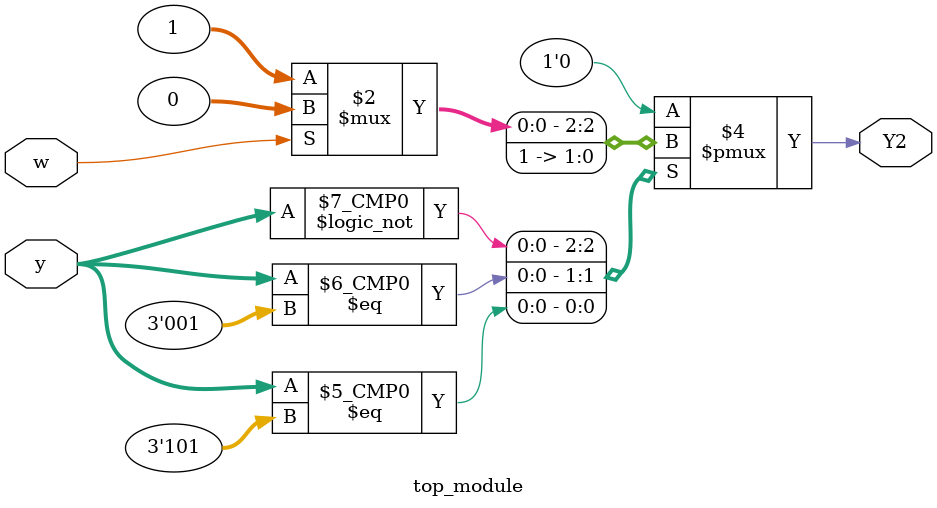
<source format=sv>
module top_module(
    input [3:1] y,
    input w,
    output reg Y2);

    always @(*) begin
        case (y)
            // Next state logic for Y2
            3'b000: Y2 = (w) ? 0 : 1;
            3'b001: Y2 = 1;
            3'b010: Y2 = 0;
            3'b011: Y2 = 0;
            3'b100: Y2 = 0;
            3'b101: Y2 = 1;
            default: Y2 = 0;
        endcase
    end

endmodule

</source>
